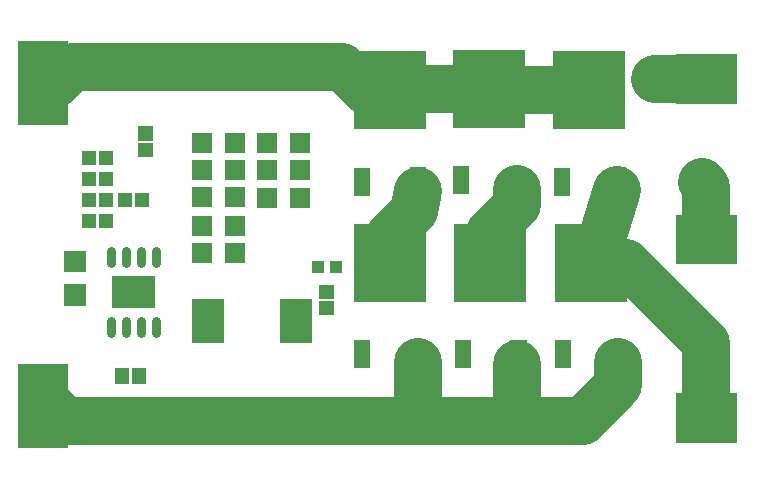
<source format=gts>
G04 Layer: TopSolderMaskLayer*
G04 EasyEDA v6.1.51, Thu, 11 Jul 2019 05:23:43 GMT*
G04 97ee957230b044f1988730904329927e,674c0623d3a246009f606e19fc16e94a,10*
G04 Gerber Generator version 0.2*
G04 Scale: 100 percent, Rotated: No, Reflected: No *
G04 Dimensions in millimeters *
G04 leading zeros omitted , absolute positions ,3 integer and 3 decimal *
%FSLAX33Y33*%
%MOMM*%
G90*
G71D02*

%ADD49C,4.101592*%
%ADD50C,0.803199*%
%ADD51R,4.203192X7.203211*%
%ADD55R,1.203198X1.303198*%
%ADD56R,1.803400X1.803400*%
%ADD57R,2.703195X3.703193*%
%ADD58R,1.403198X2.403196*%
%ADD59R,6.203213X6.703187*%

%LPD*%
G54D49*
G01X31750Y30622D02*
G01X29651Y30622D01*
G01X27686Y32588D01*
G01X4953Y32588D01*
G01X3556Y31191D01*
G01X2413Y31191D01*
G01X31750Y30622D02*
G01X31877Y30749D01*
G01X40132Y30749D01*
G01X40132Y30749D02*
G01X40259Y30622D01*
G01X48641Y30622D01*
G01X51054Y7569D02*
G01X51054Y5664D01*
G01X48133Y2616D01*
G01X4318Y2616D01*
G01X3048Y3886D01*
G01X2413Y3886D01*
G01X42545Y7442D02*
G01X42545Y2743D01*
G01X42743Y2616D01*
G01X34099Y7553D02*
G01X34112Y2645D01*
G01X34141Y2616D01*
G01X48768Y16017D02*
G01X51750Y16017D01*
G01X58547Y9220D01*
G01X58547Y2870D01*
G01X58547Y18618D02*
G01X58547Y22428D01*
G01X58166Y22809D01*
G01X51006Y22135D02*
G01X49656Y17775D01*
G01X48736Y16755D01*
G01X48771Y16735D01*
G01X48771Y15277D01*
G01X42545Y20904D02*
G01X40259Y18618D01*
G01X40259Y16017D01*
G01X42545Y20904D02*
G01X42545Y20904D01*
G01X42496Y22213D01*
G01X33782Y20396D02*
G01X31750Y18364D01*
G01X31750Y16017D01*
G01X33782Y20396D02*
G01X33782Y20396D01*
G01X34117Y22054D01*
G01X58547Y31572D02*
G01X54187Y31572D01*
G01X54168Y31553D01*
G54D50*
G01X11938Y16010D02*
G01X11938Y17009D01*
G01X10668Y16010D02*
G01X10668Y17009D01*
G01X9398Y16010D02*
G01X9398Y17009D01*
G01X8128Y16010D02*
G01X8128Y17009D01*
G01X11938Y10066D02*
G01X11938Y11066D01*
G01X10668Y10066D02*
G01X10668Y11066D01*
G01X9398Y10066D02*
G01X9398Y11066D01*
G01X8128Y10066D02*
G01X8128Y11066D01*
G54D51*
G01X2413Y31191D03*
G01X2413Y3886D03*
G36*
G01X55946Y29471D02*
G01X55946Y33672D01*
G01X61147Y33672D01*
G01X61147Y29471D01*
G01X55946Y29471D01*
G37*
G36*
G01X55946Y15864D02*
G01X55946Y20066D01*
G01X61147Y20066D01*
G01X61147Y15864D01*
G01X55946Y15864D01*
G37*
G36*
G01X55946Y769D02*
G01X55946Y4970D01*
G01X61147Y4970D01*
G01X61147Y769D01*
G01X55946Y769D01*
G37*
G36*
G01X8181Y12186D02*
G01X8181Y14889D01*
G01X11884Y14889D01*
G01X11884Y12186D01*
G01X8181Y12186D01*
G37*
G36*
G01X10396Y24937D02*
G01X10396Y26139D01*
G01X11701Y26139D01*
G01X11701Y24937D01*
G01X10396Y24937D01*
G37*
G36*
G01X10396Y26337D02*
G01X10396Y27538D01*
G01X11701Y27538D01*
G01X11701Y26337D01*
G01X10396Y26337D01*
G37*
G54D55*
G01X6285Y19507D03*
G01X7684Y19507D03*
G36*
G01X4178Y15176D02*
G01X4178Y16979D01*
G01X5981Y16979D01*
G01X5981Y15176D01*
G01X4178Y15176D01*
G37*
G36*
G01X4178Y12377D02*
G01X4178Y14180D01*
G01X5981Y14180D01*
G01X5981Y12377D01*
G01X4178Y12377D01*
G37*
G36*
G01X9878Y5773D02*
G01X9878Y7078D01*
G01X11079Y7078D01*
G01X11079Y5773D01*
G01X9878Y5773D01*
G37*
G36*
G01X8478Y5773D02*
G01X8478Y7078D01*
G01X9679Y7078D01*
G01X9679Y5773D01*
G01X8478Y5773D01*
G37*
G01X9338Y21282D03*
G01X10737Y21282D03*
G01X6285Y21285D03*
G01X7684Y21285D03*
G01X6285Y23063D03*
G01X7684Y23063D03*
G01X6285Y24841D03*
G01X7684Y24841D03*
G54D57*
G01X16385Y11104D03*
G01X23787Y11104D03*
G54D56*
G01X15875Y26111D03*
G01X18674Y26111D03*
G36*
G01X41793Y21800D02*
G01X41793Y24203D01*
G01X43195Y24203D01*
G01X43195Y21800D01*
G01X41793Y21800D01*
G37*
G54D58*
G01X37769Y22997D03*
G54D59*
G01X40132Y30747D03*
G36*
G01X41920Y7068D02*
G01X41920Y9471D01*
G01X43322Y9471D01*
G01X43322Y7068D01*
G01X41920Y7068D01*
G37*
G54D58*
G01X37896Y8265D03*
G54D59*
G01X40259Y16015D03*
G54D56*
G01X21336Y23825D03*
G01X24135Y23825D03*
G36*
G01X33411Y21673D02*
G01X33411Y24076D01*
G01X34813Y24076D01*
G01X34813Y21673D01*
G01X33411Y21673D01*
G37*
G54D58*
G01X29387Y22870D03*
G54D59*
G01X31750Y30620D03*
G36*
G01X33411Y7068D02*
G01X33411Y9471D01*
G01X34813Y9471D01*
G01X34813Y7068D01*
G01X33411Y7068D01*
G37*
G54D58*
G01X29387Y8265D03*
G54D59*
G01X31750Y16015D03*
G54D56*
G01X21336Y26106D03*
G01X24135Y26106D03*
G36*
G01X50302Y21673D02*
G01X50302Y24076D01*
G01X51704Y24076D01*
G01X51704Y21673D01*
G01X50302Y21673D01*
G37*
G54D58*
G01X46278Y22870D03*
G54D59*
G01X48641Y30620D03*
G36*
G01X50429Y7068D02*
G01X50429Y9471D01*
G01X51831Y9471D01*
G01X51831Y7068D01*
G01X50429Y7068D01*
G37*
G54D58*
G01X46405Y8265D03*
G54D59*
G01X48768Y16015D03*
G54D56*
G01X21346Y21496D03*
G01X24145Y21496D03*
G01X15875Y23825D03*
G01X18674Y23825D03*
G01X15875Y21539D03*
G01X18674Y21539D03*
G01X15875Y19126D03*
G01X18674Y19126D03*
G01X15875Y16840D03*
G01X18674Y16840D03*
G36*
G01X25745Y12943D02*
G01X25745Y14147D01*
G01X27048Y14147D01*
G01X27048Y12943D01*
G01X25745Y12943D01*
G37*
G36*
G01X25745Y11544D02*
G01X25745Y12745D01*
G01X27048Y12745D01*
G01X27048Y11544D01*
G01X25745Y11544D01*
G37*
G36*
G01X26662Y15168D02*
G01X26662Y16182D01*
G01X27675Y16182D01*
G01X27675Y15168D01*
G01X26662Y15168D01*
G37*
G36*
G01X25138Y15168D02*
G01X25138Y16182D01*
G01X26151Y16182D01*
G01X26151Y15168D01*
G01X25138Y15168D01*
G37*
M00*
M02*

</source>
